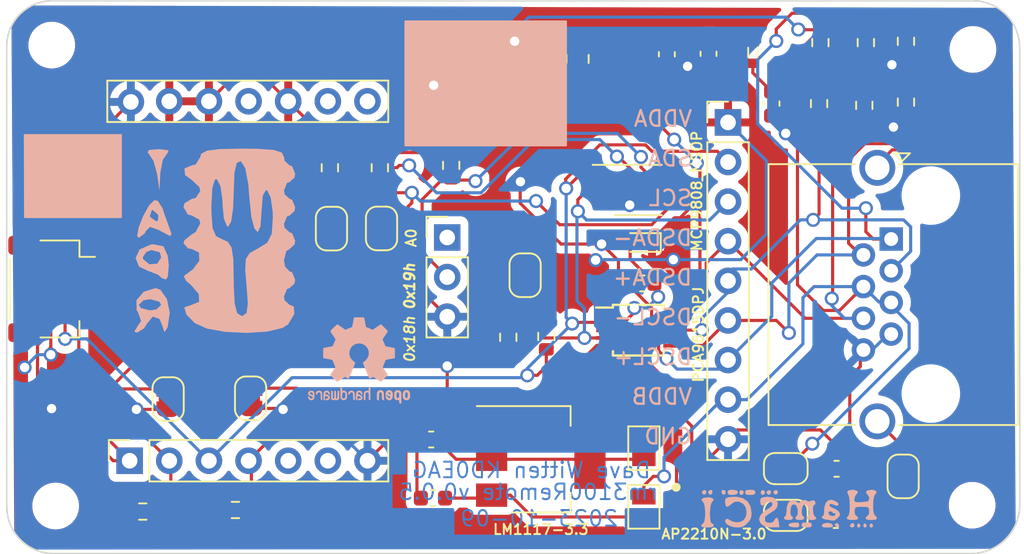
<source format=kicad_pcb>
(kicad_pcb (version 20221018) (generator pcbnew)
  (title_block (title "RM3100Remote") (date "2020-08-30") (rev "0.0.5") (company "WWR Development, LLC"))
  (layers (0 "F.Cu" signal) (31 "B.Cu" signal) (34 "B.Paste" user) (35 "F.Paste" user) (36 "B.SilkS" user "B.Silkscreen") (37 "F.SilkS" user "F.Silkscreen") (38 "B.Mask" user) (39 "F.Mask" user) (44 "Edge.Cuts" user))
  (net 0 "")
  (net 1 "GND")
  (net 2 "Net-(D1-A)")
  (net 3 "Net-(U2-VDDB)")
  (net 4 "DSDA-")
  (net 5 "DSCL-")
  (net 6 "DSDA+")
  (net 7 "DSCL+")
  (net 8 "Net-(JP6-B)")
  (net 9 "Net-(JP7-A)")
  (net 10 "Net-(JP8-B)")
  (net 11 "SCL")
  (net 12 "SDA")
  (net 13 "Net-(JP9-A)")
  (net 14 "Net-(JP10-A)")
  (net 15 "Net-(J3-Pin_2)")
  (net 17 "VDDB")
  (net 18 "VDDA")
  (net 19 "Net-(JP1-B)")
  (net 20 "Net-(JP2-A)")
  (net 21 "Net-(JP3-A)")
  (net 22 "Net-(JP4-A)")
  (net 23 "Net-(JP5-A)")
  (net 30 "Net-(C2-Pad2)")
  (footprint "Resistor_SMD:R_0603_1608Metric" (layer "F.Cu") (at 125.1716 85.8396 -90)
    (fp_text reference "R7" hide)
    (fp_text value "10k")
  )
  (footprint "MountingHole:MountingHole_2.5mm" (layer "F.Cu") (at 107.3512 77.9704 180)
    (fp_text reference "MK1" hide)
    (fp_text value "M2.5" hide)
  )
  (footprint "MountingHole:MountingHole_2.5mm" (layer "F.Cu") (at 166.3712 78.2504 180)
    (fp_text reference "MK2" hide)
    (fp_text value "M2.5" hide)
  )
  (footprint "Connector_PinHeader_2.54mm:PinHeader_1x03_P2.54mm_Vertical" (layer "F.Cu") (at 132.69 90.31)
    (fp_text reference "J3" hide)
    (fp_text value "A0")
  )
  (footprint "Connector_JST:JST_SH_SM04B-SRSS-TB_1x04-1MP_P1.00mm_Horizontal" (layer "F.Cu") (at 107.3408 93.612 -90)
    (fp_text reference "J6" hide)
    (fp_text value "JST-SH4 Qwiic" hide)
  )
  (footprint "Resistor_SMD:R_0603_1608Metric" (layer "F.Cu") (at 139.04 96.66 -90)
    (fp_text reference "R10" hide)
    (fp_text value "4.7k")
  )
  (footprint "Resistor_SMD:R_0603_1608Metric" (layer "F.Cu") (at 136.6016 96.7108 -90)
    (fp_text reference "R11" hide)
    (fp_text value "4.7k")
  )
  (footprint "Jumper:SolderJumper-2_P1.3mm_Bridged2Bar_RoundedPad1.0x1.5mm" (layer "F.Cu") (at 125.2732 89.7408 -90)
    (fp_text reference "JP2" hide)
    (fp_text value "A1")
  )
  (footprint "Jumper:SolderJumper-2_P1.3mm_Bridged2Bar_RoundedPad1.0x1.5mm" (layer "F.Cu") (at 128.4812 89.7304 -90)
    (fp_text reference "JP3" hide)
    (fp_text value "A2")
  )
  (footprint "Jumper:SolderJumper-2_P1.3mm_Bridged2Bar_RoundedPad1.0x1.5mm" (layer "F.Cu") (at 120.0916 100.6224 -90)
    (fp_text reference "JP4" hide)
    (fp_text value "SA0")
  )
  (footprint "Jumper:SolderJumper-2_P1.3mm_Bridged2Bar_RoundedPad1.0x1.5mm" (layer "F.Cu") (at 114.8084 100.6732 -90)
    (fp_text reference "JP5" hide)
    (fp_text value "SA1")
  )
  (footprint "Resistor_SMD:R_0603_1608Metric" (layer "F.Cu") (at 132.944 85.6872 -90)
    (fp_text reference "R8" hide)
    (fp_text value "10k")
  )
  (footprint "Resistor_SMD:R_0603_1608Metric" (layer "F.Cu") (at 128.372 85.8396 -90)
    (fp_text reference "R9" hide)
    (fp_text value "10k")
  )
  (footprint "Resistor_SMD:R_0603_1608Metric" (layer "F.Cu") (at 119.1174 107.7852)
    (fp_text reference "R12" hide)
    (fp_text value "10k")
  )
  (footprint "Resistor_SMD:R_0603_1608Metric" (layer "F.Cu") (at 113.1828 107.8868)
    (fp_text reference "R13" hide)
    (fp_text value "10k")
  )
  (footprint "Capacitor_SMD:C_0603_1608Metric" (layer "F.Cu") (at 145.1868 93.2564 180)
    (fp_text reference "C1" hide)
    (fp_text value "0.1uf")
  )
  (footprint "Capacitor_SMD:C_0603_1608Metric" (layer "F.Cu") (at 149.4312 78.5304 90)
    (fp_text reference "C2" hide)
    (fp_text value "0.1uf")
  )
  (footprint "Capacitor_SMD:C_0603_1608Metric" (layer "F.Cu") (at 146.7612 78.5604 90)
    (fp_text reference "C3" hide)
    (fp_text value "1000pf")
  )
  (footprint "Capacitor_SMD:C_0603_1608Metric" (layer "F.Cu") (at 131.674 78.4736 -90)
    (fp_text reference "C4" hide)
    (fp_text value "0.1uf")
  )
  (footprint "Capacitor_SMD:C_0603_1608Metric" (layer "F.Cu") (at 133.64005 78.4236 -90)
    (fp_text reference "C5" hide)
    (fp_text value "0.1uf")
  )
  (footprint "Capacitor_SMD:C_0603_1608Metric" (layer "F.Cu") (at 135.7012 78.4504 -90)
    (fp_text reference "C6" hide)
    (fp_text value "0.1uf")
  )
  (footprint "Capacitor_SMD:C_0603_1608Metric" (layer "F.Cu") (at 153.4672 81.7248 -90)
    (fp_text reference "C7" hide)
    (fp_text value "0.1uf")
  )
  (footprint "Diode_SMD:D_SOD-523" (layer "F.Cu") (at 145.1112 90.6304 180)
    (fp_text reference "D1" hide)
    (fp_text value "MMDL914")
  )
  (footprint "Fuse:Fuse_0805_2012Metric" (layer "F.Cu") (at 141.0412 78.8604 -90)
    (fp_text reference "F1" hide)
    (fp_text value "LittleFuse  2920L125")
  )
  (footprint "Digikey_Footprints:0603" (layer "F.Cu") (at 152.2712 78.4404 90)
    (fp_text reference "FB1" hide)
    (fp_text value "Ferrite bead 600 ohm")
  )
  (footprint "Connector_RJ:RJ45_Amphenol_RJHSE5380" (layer "F.Cu") (at 161.1348 90.4116 -90)
    (fp_text reference "J1" hide)
    (fp_text value "RJ45_Shielded")
  )
  (footprint "Resistor_SMD:R_0603_1608Metric" (layer "F.Cu") (at 156.5984 77.8132 -90)
    (fp_text reference "R1" hide)
    (fp_text value "390")
  )
  (footprint "Resistor_SMD:R_0603_1608Metric" (layer "F.Cu") (at 159.5124 77.8132 -90)
    (fp_text reference "R2" hide)
    (fp_text value "100")
  )
  (footprint "Resistor_SMD:R_0603_1608Metric" (layer "F.Cu") (at 162.0812 77.7304 -90)
    (fp_text reference "R3" hide)
    (fp_text value "390")
  )
  (footprint "Resistor_SMD:R_0603_1608Metric" (layer "F.Cu") (at 156.5152 81.7248 -90)
    (fp_text reference "R4" hide)
    (fp_text value "390")
  )
  (footprint "Resistor_SMD:R_0603_1608Metric" (layer "F.Cu") (at 159.4108 81.8354 -90)
    (fp_text reference "R5" hide)
    (fp_text value "100")
  )
  (footprint "Resistor_SMD:R_0603_1608Metric" (layer "F.Cu") (at 162.0812 81.6304 -90)
    (fp_text reference "R6" hide)
    (fp_text value "390")
  )
  (footprint "Package_SO:MSOP-8_3x3mm_P0.65mm" (layer "F.Cu") (at 144.9328 87.262)
    (fp_text reference "U1" hide)
    (fp_text value "MCP9808_MSOP")
  )
  (footprint "Base_Folder:TSSOP-10_3x3mm_P0.5mm" (layer "F.Cu") (at 144.9328 96.2536)
    (fp_text reference "U2" hide)
    (fp_text value "PCA9615DPJ")
  )
  (footprint "MountingHole:MountingHole_2.5mm" (layer "F.Cu") (at 166.3212 107.4804)
    (fp_text reference "MK4" hide)
    (fp_text value "M2.5" hide)
  )
  (footprint "MountingHole:MountingHole_2.5mm" (layer "F.Cu") (at 107.6012 107.5304)
    (fp_text reference "MK3" hide)
    (fp_text value "M2.5" hide)
  )
  (footprint "Package_TO_SOT_SMD:SOT-223-3_TabPin2" (layer "F.Cu") (at 138.6844 104.534)
    (fp_text reference "U4" hide)
    (fp_text value "LM1117-3.3")
  )
  (footprint "Capacitor_SMD:C_0603_1608Metric" (layer "F.Cu") (at 131.665 103.264 180)
    (fp_text reference "C9" hide)
    (fp_text value "10uf")
  )
  (footprint "Capacitor_SMD:C_0603_1608Metric" (layer "F.Cu") (at 131.7756 107.0232 180)
    (fp_text reference "C8" hide)
    (fp_text value "0.1uf")
  )
  (footprint "Capacitor_SMD:C_0603_1608Metric" (layer "F.Cu") (at 157.6328 105.1436)
    (fp_text reference "C10" hide)
    (fp_text value "1.0uf")
  )
  (footprint "Capacitor_SMD:C_0603_1608Metric" (layer "F.Cu") (at 157.5812 108.4304)
    (fp_text reference "C11" hide)
    (fp_text value "2.2uf")
  )
  (footprint "Base_Folder:SOT95P280X145-3N" (layer "F.Cu") (at 149.6572 107.328)
    (fp_text reference "U5" hide)
    (fp_text value "AP2210N-3.0")
  )
  (footprint "Base_Folder:PinSocket_PNI_RM3100" (layer "F.Cu") (at 110.5412 91.3768 90)
    (fp_text reference "U3" hide)
    (fp_text value "PNI-RM3100mag" hide)
  )
  (footprint "Connector_PinHeader_2.54mm:PinHeader_1x09_P2.54mm_Vertical" (layer "F.Cu") (at 150.6812 82.9304)
    (fp_text reference "J4" hide)
    (fp_text value "Test Points")
  )
  (footprint "Jumper:SolderJumper-2_P1.3mm_Open_Pad1.0x1.5mm" (layer "F.Cu") (at 145.2884 107.582 -90)
    (fp_text reference "JP6" hide)
    (fp_text value "sj2" hide)
  )
  (footprint "Jumper:SolderJumper-2_P1.3mm_Open_Pad1.0x1.5mm" (layer "F.Cu") (at 145.2884 103.8228 90)
    (fp_text reference "JP7" hide)
    (fp_text value "sj2" hide)
  )
  (footprint "Jumper:SolderJumper-2_P1.3mm_Bridged2Bar_RoundedPad1.0x1.5mm" (layer "F.Cu") (at 154.3812 105.1304 180)
    (fp_text reference "JP8" hide)
    (fp_text value "sj2")
  )
  (footprint "Jumper:SolderJumper-2_P1.3mm_Bridged2Bar_RoundedPad1.0x1.5mm" (layer "F.Cu") (at 154.3812 108.1304 180)
    (fp_text reference "JP9" hide)
    (fp_text value "sj2")
  )
  (footprint "Jumper:SolderJumper-2_P1.3mm_Open_RoundedPad1.0x1.5mm" (layer "F.Cu") (at 161.9 105.6304 -90)
    (fp_text reference "JP10" hide)
    (fp_text value "SJ_0pen")
  )
  (footprint "Local Logos:HamSci_bSilk" (layer "F.Cu") (at 143.8512 107.7004)
    (fp_text reference "G***" hide)
    (fp_text value "LOGO" hide)
  )
  (footprint "Jumper:SolderJumper-2_P1.3mm_Bridged2Bar_RoundedPad1.0x1.5mm" (layer "F.Cu") (at 137.6812 92.7304 -90)
    (fp_text reference "JP1" hide)
    (fp_text value "Jumper_2_Bridged")
  )
  (footprint "Local Logos:tapr_logo_bSilk_transp_10x12" (layer "B.Cu") (at 117.938455 90.334434 180)
    (fp_text reference "TAPR Logo" hide)
    (fp_text value "TAPR" hide)
  )
  (footprint "Symbol:OSHW-Logo2_7.3x6mm_SilkScreen" (layer "B.Cu") (at 127.0412 98.1904 180)
    (fp_text reference "#SYM1" hide)
    (fp_text value "OSHW-Logo2_7.3x6mm_SilkScreen" hide)
  )
  (gr_poly (pts (xy 111.7948 89.0148) (xy 105.626984 89.0148) (xy 105.611577 83.7304) (xy 111.7948 83.7304)) (stroke (width 0.1)) (fill solid) (layer "B.SilkS"))
  (gr_poly (pts (xy 140.31 84.4172) (xy 129.9976 84.4172) (xy 129.9976 76.4416) (xy 140.31 76.4416)) (stroke (width 0.1)) (fill solid) (layer "B.SilkS"))
  (gr_arc (start 169.369922 107.451678) (mid 168.453541 109.664019) (end 166.2412 110.5804) (stroke (width 0.1)) (layer "Edge.Cuts"))
  (gr_arc (start 104.464541 78.05411) (mid 105.320876 75.986735) (end 107.388251 75.1304) (stroke (width 0.1)) (layer "Edge.Cuts"))
  (gr_line (start 166.2412 110.5804) (end 107.4812 110.5804) (stroke (width 0.1)) (layer "Edge.Cuts"))
  (gr_arc (start 107.4812 110.5804) (mid 105.352809 109.698791) (end 104.4712 107.5704) (stroke (width 0.1)) (layer "Edge.Cuts"))
  (gr_line (start 104.464541 107.5704) (end 104.464541 78.05411) (stroke (width 0.1)) (layer "Edge.Cuts"))
  (gr_line (start 169.369922 78.131678) (end 169.369922 107.451678) (stroke (width 0.1)) (layer "Edge.Cuts"))
  (gr_line (start 107.3812 75.1304) (end 166.363911 75.1304) (stroke (width 0.1)) (layer "Edge.Cuts"))
  (gr_arc (start 166.363911 75.1304) (mid 168.485231 76.00908) (end 169.363911 78.1304) (stroke (width 0.1)) (layer "Edge.Cuts"))
  (gr_text "rm3100Remote v0.0.5" (at 137.8812 106.6304) (layer "B.Cu") (effects (font (size 1 1) (thickness 0.125)) (justify mirror)))
  (gr_text "2023-10-09" (at 138.5812 108.3304) (layer "B.Cu") (effects (font (size 1 1) (thickness 0.125)) (justify mirror)))
  (gr_text "Dave Witten KD0EAG" (at 138.0812 105.2304) (layer "B.Cu") (effects (font (size 1 1) (thickness 0.125)) (justify mirror)))
  (gr_text "DSDA+" (at 145.845752 92.8754) (layer "B.SilkS") (effects (font (size 1 1)) (justify mirror)))
  (gr_text "SDA" (at 146.9648 85.23635) (layer "B.SilkS") (effects (font (size 1 1)) (justify mirror)))
  (gr_text "SCL" (at 146.988609 87.7827) (layer "B.SilkS") (effects (font (size 1 1)) (justify mirror)))
  (gr_text "DSCL-" (at 145.869562 95.42175) (layer "B.SilkS") (effects (font (size 1 1)) (justify mirror)))
  (gr_text "DSCL+" (at 145.869562 97.9681) (layer "B.SilkS") (effects (font (size 1 1)) (justify mirror)))
  (gr_text "VDDB" (at 146.44099 100.51445) (layer "B.SilkS") (effects (font (size 1 1)) (justify mirror)))
  (gr_text "DSDA-" (at 145.845752 90.32905) (layer "B.SilkS") (effects (font (size 1 1)) (justify mirror)))
  (gr_text "VDDA" (at 146.512419 82.69) (layer "B.SilkS") (effects (font (size 1 1)) (justify mirror)))
  (gr_text "GND" (at 146.845752 103.0608) (layer "B.SilkS") (effects (font (size 1 1)) (justify mirror)))
  (gr_text "0x19h" (at 130.2812 93.4304 90) (layer "F.SilkS") (effects (font (size 0.65 0.65) (thickness 0.15) bold italic)))
  (gr_text "0x18h" (at 130.2812 96.8304 90) (layer "F.SilkS") (effects (font (size 0.65 0.65) (thickness 0.125) italic)))
  (segment (start 162.0562 82.4554) (end 161.2812 83.2304) (width 0.2) (layer "F.Cu") (net 1))
  (segment (start 143.4596 97.2696) (end 142.7828 97.2536) (width 0.2) (layer "F.Cu") (net 1))
  (segment (start 158.4812 99.25786) (end 158.4812 108.3054) (width 0.2) (layer "F.Cu") (net 1))
  (segment (start 146.7612 79.3354) (end 148.0862 79.3354) (width 0.2) (layer "F.Cu") (net 1))
  (segment (start 142.5812 90.7304) (end 139.9848 90.7304) (width 0.2) (layer "F.Cu") (net 1))
  (segment (start 159.1548 98.58426) (end 158.4812 99.25786) (width 0.2) (layer "F.Cu") (net 1))
  (segment (start 127.5812 104.6268) (end 128.944 103.264) (width 0.2) (layer "F.Cu") (net 1))
  (segment (start 109.3408 92.112) (end 107.2152 92.112) (width 0.2) (layer "F.Cu") (net 1))
  (segment (start 139.9848 90.7304) (end 137.3661 88.1117) (width 0.2) (layer "F.Cu") (net 1))
  (segment (start 135.5344 102.234) (end 137.269857 102.234) (width 0.2) (layer "F.Cu") (net 1))
  (segment (start 112.7764 101.3336) (end 114.798 101.3336) (width 0.2) (layer "F.Cu") (net 1))
  (segment (start 143.6618 91.811) (end 143.6618 92.704198) (width 0.2) (layer "F.Cu") (net 1))
  (segment (start 144.5204 97.2696) (end 146.2666 99.0158) (width 0.2) (layer "F.Cu") (net 1))
  (segment (start 142.24993 97.2536) (end 142.7828 97.2536) (width 0.2) (layer "F.Cu") (net 1))
  (segment (start 131.8212 80.5504) (end 131.8212 79.2304) (width 0.2) (layer "F.Cu") (net 1))
  (segment (start 130.64 102.564) (end 130.97 102.234) (width 0.2) (layer "F.Cu") (net 1))
  (segment (start 148.3572 105.5744) (end 148.3572 106.378) (width 0.2) (layer "F.Cu") (net 1))
  (segment (start 130.7506 107.0232) (end 130.7506 103.3746) (width 0.2) (layer "F.Cu") (net 1))
  (segment (start 161.8562 78.5554) (end 161.1812 79.2304) (width 0.2) (layer "F.Cu") (net 1))
  (segment (start 132.69 98.5516) (end 132.69 100.5896) (width 0.2) (layer "F.Cu") (net 1))
  (segment (start 122.1132 101.2724) (end 122.1744 101.3336) (width 0.2) (layer "F.Cu") (net 1))
  (segment (start 131.8212 79.2304) (end 133.60825 79.2304) (width 0.2) (layer "F.Cu") (net 1))
  (segment (start 109.322 84.7168) (end 109.322 92.0932) (width 0.2) (layer "F.Cu") (net 1))
  (segment (start 112.4208 81.618) (end 109.322 84.7168) (width 0.2) (layer "F.Cu") (net 1))
  (segment (start 133.55365 79.1986) (end 135.6744 79.1986) (width 0.2) (layer "F.Cu") (net 1))
  (segment (start 148.3572 102.4082) (end 148.3572 106.378) (width 0.2) (layer "F.Cu") (net 1))
  (segment (start 161.9 106.3016) (end 160.7212 106.3016) (width 0.2) (layer "F.Cu") (net 1))
  (segment (start 158.4078 104.457) (end 158.4078 105.1436) (width 0.2) (layer "F.Cu") (net 1))
  (segment (start 156.602632 102.651832) (end 158.4078 104.457) (width 0.2) (layer "F.Cu") (net 1))
  (segment (start 141.791861 97.711996) (end 141.791861 97.711669) (width 0.2) (layer "F.Cu") (net 1))
  (segment (start 132.69 95.39) (end 128.4812 91.1812) (width 0.2) (layer "F.Cu") (net 1))
  (segment (start 142.5812 90.7304) (end 143.6618 91.811) (width 0.2) (layer "F.Cu") (net 1))
  (segment (start 145.784401 95.699201) (end 145.343601 96.140001) (width 0.2) (layer "F.Cu") (net 1))
  (segment (start 160.7212 106.3016) (end 159.5632 105.1436) (width 0.2) (layer "F.Cu") (net 1))
  (segment (start 154.3812 83.4138) (end 153.4672 82.4998) (width 0.2) (layer "F.Cu") (net 1))
  (segment (start 145.784401 94.826799) (end 145.784401 95.699201) (width 0.2) (layer "F.Cu") (net 1))
  (segment (start 120.0916 101.2724) (end 122.1132 101.2724) (width 0.2) (layer "F.Cu") (net 1))
  (segment (start 106.438399 92.888801) (end 106.438399 95.606531) (width 0.2) (layer "F.Cu") (net 1))
  (segment (start 134.3344 102.234) (end 135.5344 102.234) (width 0.2) (layer "F.Cu") (net 1))
  (segment (start 154.3812 83.6304) (end 154.3812 83.4138) (width 0.2) (layer "F.Cu") (net 1))
  (segment (start 143.6618 92.704198) (end 145.784401 94.826799) (width 0.2) (layer "F.Cu") (net 1))
  (segment (start 106.66581 96.990058) (end 106.438399 97.217469) (width 0.2) (layer "F.Cu") (net 1))
  (segment (start 150.6812 103.2504) (end 151.279768 102.651832) (width 0.2) (layer "F.Cu") (net 1))
  (segment (start 128.944 103.264) (end 130.64 103.264) (width 0.2) (layer "F.Cu") (net 1))
  (segment (start 130.97 102.234) (end 134.3344 102.234) (width 0.2) (layer "F.Cu") (net 1))
  (segment (start 137.3661 88.1117) (end 137.3661 86.7455) (width 0.2) (layer "F.Cu") (net 1))
  (segment (start 144.589199 96.140001) (end 143.4596 97.2696) (width 0.2) (layer "F.Cu") (net 1))
  (segment (start 125.2732 90.3908) (end 128.4708 90.3908) (width 0.2) (layer "F.Cu") (net 1))
  (segment (start 130.64 103.264) (end 130.64 102.564) (width 0.2) (layer "F.Cu") (net 1))
  (segment (start 150.6812 103.2504) (end 148.3572 105.5744) (width 0.2) (layer "F.Cu") (net 1))
  (segment (start 137.269857 102.234) (end 141.791861 97.711996) (width 0.2) (layer "F.Cu") (net 1))
  (segment (start 132.69 100.5896) (end 134.3344 102.234) (width 0.2) (layer "F.Cu") (net 1))
  (segment (start 106.438399 100.380399) (end 107.3408 101.2828) (width 0.2) (layer "F.Cu") (net 1))
  (segment (start 106.438399 95.606531) (end 106.66581 95.833942) (width 0.2) (layer "F.Cu") (net 1))
  (segment (start 142.8203 88.237) (end 144.2746 88.237) (width 0.2) (layer "F.Cu") (net 1))
  (segment (start 144.2746 88.237) (end 144.2812 88.2304) (width 0.2) (layer "F.Cu") (net 1))
  (segment (start 141.791861 97.711669) (end 142.24993 97.2536) (width 0.2) (layer "F.Cu") (net 1))
  (segment (start 128.4812 91.1812) (end 128.4812 90.3804) (width 0.2) (layer "F.Cu") (net 1))
  (segment (start 114.8084 101.3232) (end 120.0408 101.3232) (width 0.2) (layer "F.Cu") (net 1))
  (segment (start 146.2666 100.3176) (end 148.3572 102.4082) (width 0.2) (layer "F.Cu") (net 1))
  (segment (start 107.2152 92.112) (end 106.438399 92.888801) (width 0.2) (layer "F.Cu") (net 1))
  (segment (start 151.279768 102.651832) (end 156.602632 102.651832) (width 0.2) (layer "F.Cu") (net 1))
  (segment (start 143.4596 97.2696) (end 144.5204 97.2696) (width 0.2) (layer "F.Cu") (net 1))
  (segment (start 106.66581 95.833942) (end 106.66581 96.990058) (width 0.2) (layer "F.Cu") (net 1))
  (segment (start 148.0912 79.3304) (end 148.0962 79.3354) (width 0.2) (layer "F.Cu") (net 1))
  (segment (start 148.0862 79.3354) (end 148.0912 79.3304) (width 0.2) (layer "F.Cu") (net 1))
  (segment (start 159.5632 105.1436) (end 158.4078 105.1436) (width 0.2) (layer "F.Cu") (net 1))
  (segment (start 148.0962 79.3354) (end 149.4012 79.3354) (width 0.2) (layer "F.Cu") (net 1))
  (segment (start 159.1548 97.5236) (end 159.1548 98.58426) (width 0.2) (layer "F.Cu") (net 1))
  (segment (start 137.3661 86.7455) (end 137.3812 86.7304) (width 0.2) (layer "F.Cu") (net 1))
  (segment (start 106.438399 97.217469) (end 106.438399 100.380399) (width 0.2) (layer "F.Cu") (net 1))
  (segment (start 145.343601 96.140001) (end 144.589199 96.140001) (width 0.2) (layer "F.Cu") (net 1))
  (segment (start 146.2666 99.0158) (end 146.2666 100.3176) (width 0.2) (layer "F.Cu") (net 1))
  (via (at 161.2812 83.2304) (size 0.9) (drill 0.6) (layers "F.Cu" "B.Cu") (net 1))
  (via (at 161.1812 79.2304) (size 0.9) (drill 0.6) (layers "F.Cu" "B.Cu") (net 1))
  (via (at 131.8212 80.5504) (size 0.9) (drill 0.6) (layers "F.Cu" "B.Cu") (net 1))
  (via (at 137.3812 86.7304) (size 0.9) (drill 0.6) (layers "F.Cu" "B.Cu") (net 1))
  (via (at 122.1744 101.3336) (size 0.9) (drill 0.6) (layers "F.Cu" "B.Cu") (net 1))
  (via (at 154.3812 83.6304) (size 0.9) (drill 0.6) (layers "F.Cu" "B.Cu") (net 1))
  (via (at 132.69 98.5516) (size 0.9) (drill 0.6) (layers "F.Cu" "B.Cu") (net 1))
  (via (at 142.5812 90.7304) (size 0.9) (drill 0.6) (layers "F.Cu" "B.Cu") (net 1))
  (via (at 112.7764 101.3336) (size 0.9) (drill 0.6) (layers "F.Cu" "B.Cu") (net 1))
  (via (at 107.3408 101.2828) (size 0.9) (drill 0.6) (layers "F.Cu" "B.Cu") (net 1))
  (via (at 144.3812 88.2304) (size 0.9) (drill 0.6) (layers "F.Cu" "B.Cu") (net 1))
  (via (at 148.0912 79.3304) (size 0.9) (drill 0.6) (layers "F.Cu" "B.Cu") (net 1))
  (segment (start 122.1744 101.3336) (end 124.288 101.3336) (width 0.2) (layer "B.Cu") (net 1))
  (segment (start 124.288 101.3336) (end 127.5812 104.6268) (width 0.2) (layer "B.Cu") (net 1))
  (segment (start 161.1812 83.1304) (end 161.1812 79.2304) (width 0.2) (layer "B.Cu") (net 1))
  (segment (start 112.7256 101.2828) (end 112.7764 101.3336) (width 0.2) (layer "B.Cu") (net 1))
  (segment (start 161.2812 83.2304) (end 161.1812 83.1304) (width 0.2) (layer "B.Cu") (net 1))
  (segment (start 132.69 95.39) (end 132.69 98.5516) (width 0.2) (layer "B.Cu") (net 1))
  (segment (start 107.3408 101.2828) (end 112.7256 101.2828) (width 0.2) (layer "B.Cu") (net 1))
  (segment (start 160.9348 96.5076) (end 159.9188 97.5236) (width 0.2) (layer "B.Cu") (net 1))
  (segment (start 160.8812 83.6304) (end 154.3812 83.6304) (width 0.2) (layer "B.Cu") (net 1))
  (segment (start 161.2812 83.2304) (end 160.8812 83.6304) (width 0.2) (layer "B.Cu") (net 1))
  (segment (start 144.6788 95.1076) (end 144.6788 94.8312) (width 0.2) (layer "F.Cu") (net 2))
  (segment (start 144.4112 91.7058) (end 145.9618 93.2564) (width 0.2) (layer "F.Cu") (net 2))
  (segment (start 144.4112 90.6304) (end 144.4112 91.7058) (width 0.2) (layer "F.Cu") (net 2))
  (segment (start 143.5328 96.2536) (end 144.6788 95.1076) (width 0.2) (layer "F.Cu") (net 2))
  (segment (start 146.2118 93.2564) (end 146.2118 94.111) (width 0.2) (layer "F.Cu") (net 2))
  (segment (start 146.2118 94.111) (end 146.2028 94.12) (width 0.2) (layer "F.Cu") (net 2))
  (segment (start 142.7828 96.2536) (end 143.5328 96.2536) (width 0.2) (layer "F.Cu") (net 2))
  (via (at 144.6788 94.8312) (size 0.9) (drill 0.6) (layers "F.Cu" "B.Cu") (net 2))
  (via (at 146.2028 94.12) (size 0.9) (drill 0.6) (layers "F.Cu" "B.Cu") (net 2))
  (segment (start 145.4916 94.8312) (end 144.6788 94.8312) (width 0.2) (layer "B.Cu") (net 2))
  (segment (start 146.2028 94.12) (end 145.4916 94.8312) (width 0.2) (layer "B.Cu") (net 2))
  (segment (start 147.2312 84.0309) (end 142.9982 79.7979) (width 0.2) (layer "F.Cu") (net 3))
  (segment (start 148.6812 85.5299) (end 148.8812 85.7299) (width 0.2) (layer "F.Cu") (net 3))
  (segment (start 147.616378 95.2536) (end 147.0828 95.2536) (width 0.2) (layer "F.Cu") (net 3))
  (segment (start 142.9982 79.7979) (end 141.0412 79.7979) (width 0.2) (layer "F.Cu") (net 3))
  (segment (start 148.8812 85.7299) (end 148.8812 93.988778) (width 0.2) (layer "F.Cu") (net 3))
  (segment (start 148.8812 93.988778) (end 147.616378 95.2536) (width 0.2) (layer "F.Cu") (net 3))
  (via (at 147.2312 84.0309) (size 0.9) (drill 0.6) (layers "F.Cu" "B.Cu") (net 3))
  (via (at 148.6812 85.5299) (size 0.9) (drill 0.6) (layers "F.Cu" "B.Cu") (net 3))
  (segment (start 147.2312 84.0309) (end 147.2312 84.0799) (width 0.2) (layer "B.Cu") (net 3))
  (segment (start 147.2312 84.0799) (end 148.6812 85.5299) (width 0.2) (layer "B.Cu") (net 3))
  (segment (start 157.3812 94.173246) (end 157.3812 84.69) (width 0.2) (layer "F.Cu") (net 4))
  (segment (start 149.2812 91.9504) (end 150.6812 90.5504) (width 0.2) (layer "F.Cu") (net 4))
  (segment (start 150.6812 90.5504) (end 155.6224 95.4916) (width 0.2) (layer "F.Cu") (net 4))
  (segment (start 157.3812 84.69) (end 159.4108 82.6604) (width 0.2) (layer "F.Cu") (net 4))
  (segment (start 149.2812 94.154464) (end 149.2812 91.9504) (width 0.2) (layer "F.Cu") (net 4))
  (segment (start 157.327373 94.227073) (end 157.3812 94.173246) (width 0.2) (layer "F.Cu") (net 4))
  (segment (start 155.6224 95.4916) (end 159.1548 95.4916) (width 0.2) (layer "F.Cu") (net 4))
  (segment (start 147.680713 95.7536) (end 147.755713 95.6786) (width 0.2) (layer "F.Cu") (net 4))
  (segment (start 147.0828 95.7536) (end 147.680713 95.7536) (width 0.2) (layer "F.Cu") (net 4))
  (segment (start 159.4108 82.8604) (end 160.1966 82.8604) (width 0.2) (layer "F.Cu") (net 4))
  (segment (start 160.1966 82.8604) (end 162.408 80.649) (width 0.2) (layer "F.Cu") (net 4))
  (segment (start 147.755713 95.6786) (end 147.757064 95.6786) (width 0.2) (layer "F.Cu") (net 4))
  (segment (start 147.757064 95.6786) (end 149.2812 94.154464) (width 0.2) (layer "F.Cu") (net 4))
  (via (at 157.327373 94.227073) (size 0.9) (drill 0.6) (layers "F.Cu" "B.Cu") (net 4))
  (segment (start 158.1424 95.4916) (end 159.1548 95.4916) (width 0.2) (layer "B.Cu") (net 4))
  (segment (start 157.327373 94.676573) (end 158.1424 95.4916) (width 0.2) (layer "B.Cu") (net 4))
  (segment (start 157.327373 94.227073) (end 157.327373 94.676573) (width 0.2) (layer "B.Cu") (net 4))
  (segment (start 149.0812 97.2304) (end 147.106 97.2304) (width 0.2) (layer "F.Cu") (net 5))
  (segment (start 162.9812 83.678634) (end 162.368243 84.291591) (width 0.2) (layer "F.Cu") (net 5))
  (segment (start 158.404801 85.335597) (end 158.404801 90.677601) (width 0.2) (layer "F.Cu") (net 5))
  (segment (start 159.448807 84.291591) (end 158.404801 85.335597) (width 0.2) (layer "F.Cu") (net 5))
  (segment (start 162.9812 77.8054) (end 162.9812 83.678634) (width 0.2) (layer "F.Cu") (net 5))
  (segment (start 160.1484 78.8382) (end 162.0812 76.9054) (width 0.2) (layer "F.Cu") (net 5))
  (segment (start 154.5812 96.4304) (end 153.7812 95.6304) (width 0.2) (layer "F.Cu") (net 5))
  (segment (start 150.6812 95.6304) (end 149.0812 97.2304) (width 0.2) (layer "F.Cu") (net 5))
  (segment (start 158.404801 90.677601) (end 159.1548 91.4276) (width 0.2) (layer "F.Cu") (net 5))
  (segment (start 153.7812 95.6304) (end 150.6812 95.6304) (width 0.2) (layer "F.Cu") (net 5))
  (segment (start 162.0812 76.9054) (end 162.9812 77.8054) (width 0.2) (layer "F.Cu") (net 5))
  (segment (start 162.368243 84.291591) (end 159.448807 84.291591) (width 0.2) (layer "F.Cu") (net 5))
  (segment (start 159.5124 78.8382) (end 160.1484 78.8382) (width 0.2) (layer "F.Cu") (net 5))
  (via (at 154.5812 96.4304) (size 0.9) (drill 0.6) (layers "F.Cu" "B.Cu") (net 5))
  (segment (start 156.384 91.4276) (end 159.1548 91.4276) (width 0.2) (layer "B.Cu") (net 5))
  (segment (start 154.5812 96.4304) (end 154.5812 93.2304) (width 0.2) (layer "B.Cu") (net 5))
  (segment (start 154.5812 93.2304) (end 156.384 91.4276) (width 0.2) (layer "B.Cu") (net 5))
  (segment (start 147.750927 96.250423) (end 147.74775 96.2536) (width 0.2) (layer "F.Cu") (net 6))
  (segment (start 147.74775 96.2536) (end 147.0828 96.2536) (width 0.2) (layer "F.Cu") (net 6))
  (segment (start 156.5152 82.7498) (end 157.4714 82.7498) (width 0.2) (layer "F.Cu") (net 6))
  (segment (start 156.5152 88.800301) (end 156.5152 82.5498) (width 0.2) (layer "F.Cu") (net 6))
  (segment (start 156.135101 89.1804) (end 156.5152 88.800301) (width 0.2) (layer "F.Cu") (net 6))
  (segment (start 157.4714 82.7498) (end 159.4108 80.8104) (width 0.2) (layer "F.Cu") (net 6))
  (segment (start 149.001223 96.250423) (end 147.750927 96.250423) (width 0.2) (layer "F.Cu") (net 6))
  (via (at 149.001223 96.250423) (size 0.9) (drill 0.6) (layers "F.Cu" "B.Cu") (net 6))
  (via (at 156.135101 89.1804) (size 0.9) (drill 0.6) (layers "F.Cu" "B.Cu") (net 6))
  (segment (start 155.314574 89.1804) (end 156.135101 89.1804) (width 0.2) (layer "B.Cu") (net 6))
  (segment (start 162.3812 89.6304) (end 162.3812 91.1972) (width 0.2) (layer "B.Cu") (net 6))
  (segment (start 152.164574 92.3304) (end 155.314574 89.1804) (width 0.2) (layer "B.Cu") (net 6))
  (segment (start 161.9312 89.1804) (end 162.3812 89.6304) (width 0.2) (layer "B.Cu") (net 6))
  (segment (start 150.9812 92.3304) (end 152.164574 92.3304) (width 0.2) (layer "B.Cu") (net 6))
  (segment (start 150.6812 92.6304) (end 150.9812 92.3304) (width 0.2) (layer "B.Cu") (net 6))
  (segment (start 156.135101 89.1804) (end 161.9312 89.1804) (width 0.2) (layer "B.Cu") (net 6))
  (segment (start 149.001223 95.493751) (end 150.6812 93.813774) (width 0.2) (layer "B.Cu") (net 6))
  (segment (start 149.001223 96.250423) (end 149.001223 95.493751) (width 0.2) (layer "B.Cu") (net 6))
  (segment (start 162.3812 91.1972) (end 161.1348 92.4436) (width 0.2) (layer "B.Cu") (net 6))
  (segment (start 161.1348 90.4116) (end 159.9848 90.4116) (width 0.2) (layer "F.Cu") (net 7))
  (segment (start 146.738527 98.073073) (end 146.2328 97.567346) (width 0.2) (layer "F.Cu") (net 7))
  (segment (start 146.483536 96.7536) (end 147.0828 96.7536) (width 0.2) (layer "F.Cu") (net 7))
  (segment (start 159.9848 90.4116) (end 159.5124 89.9392) (width 0.2) (layer "F.Cu") (net 7))
  (segment (start 154.7812 75.9304) (end 158.4546 75.9304) (width 0.2) (layer "F.Cu") (net 7))
  (segment (start 146.2328 97.004336) (end 146.483536 96.7536) (width 0.2) (layer "F.Cu") (net 7))
  (segment (start 159.5124 89.9392) (end 159.5124 88.4304) (width 0.2) (layer "F.Cu") (net 7))
  (segment (start 159.5124 76.9882) (end 158.4484 76.9882) (width 0.2) (layer "F.Cu") (net 7))
  (segment (start 153.772 77.7116) (end 153.772 76.9396) (width 0.2) (layer "F.Cu") (net 7))
  (segment (start 158.4546 75.9304) (end 159.5124 76.9882) (width 0.2) (layer "F.Cu") (net 7))
  (segment (start 158.4484 76.9882) (end 156.5984 78.8382) (width 0.2) (layer "F.Cu") (net 7))
  (segment (start 153.772 76.9396) (end 154.7812 75.9304) (width 0.2) (layer "F.Cu") (net 7))
  (segment (start 146.2328 97.567346) (end 146.2328 97.004336) (width 0.2) (layer "F.Cu") (net 7))
  (via (at 146.738527 98.073073) (size 0.9) (drill 0.6) (layers "F.Cu" "B.Cu") (net 7))
  (via (at 153.772 77.7116) (size 0.9) (drill 0.6) (layers "F.Cu" "B.Cu") (net 7))
  (via (at 159.5124 88.4304) (size 0.9) (drill 0.6) (layers "F.Cu" "B.Cu") (net 7))
  (segment (start 159.5124 88.4304) (end 157.9812 88.4304) (width 0.2) (layer "B.Cu") (net 7))
  (segment (start 153.4812 95.3704) (end 153.4812 93.230897) (width 0.2) (layer "B.Cu") (net 7))
  (segment (start 150.6812 98.1704) (end 153.4812 95.3704) (width 0.2) (layer "B.Cu") (net 7))
  (segment (start 153.4812 93.230897) (end 156.334497 90.3776) (width 0.2) (layer "B.Cu") (net 7))
  (segment (start 150.1012 98.7504) (end 150.6812 98.1704) (width 0.2) (layer "B.Cu") (net 7))
  (segment (start 152.5812 78.9024) (end 153.772 77.7116) (width 0.2) (layer "B.Cu") (net 7))
  (segment (start 146.738527 98.073073) (end 147.415854 98.7504) (width 0.2) (layer "B.Cu") (net 7))
  (segment (start 147.415854 98.7504) (end 150.1012 98.7504) (width 0.2) (layer "B.Cu") (net 7))
  (segment (start 157.9812 88.4304) (end 152.5812 83.0304) (width 0.2) (layer "B.Cu") (net 7))
  (segment (start 156.334497 90.3776) (end 160.9008 90.3776) (width 0.2) (layer "B.Cu") (net 7))
  (segment (start 152.5812 83.0304) (end 152.5812 78.9024) (width 0.2) (layer "B.Cu") (net 7))
  (segment (start 138.1324 108.232) (end 145.2884 108.232) (width 0.2) (layer "F.Cu") (net 8))
  (segment (start 135.5344 106.834) (end 136.7344 106.834) (width 0.2) (layer "F.Cu") (net 8))
  (segment (start 136.7344 106.834) (end 138.1324 108.232) (width 0.2) (layer "F.Cu") (net 8))
  (segment (start 132.8006 107.0232) (end 135.3452 107.0232) (width 0.2) (layer "F.Cu") (net 8))
  (segment (start 141.8344 104.534) (end 145.2272 104.534) (width 0.2) (layer "F.Cu") (net 9))
  (segment (start 133.26 104.534) (end 135.5344 104.534) (width 0.2) (layer "F.Cu") (net 9))
  (segment (start 132.69 103.964) (end 133.26 104.534) (width 0.2) (layer "F.Cu") (net 9))
  (segment (start 132.69 103.264) (end 132.69 103.964) (width 0.2) (layer "F.Cu") (net 9))
  (segment (start 135.5344 104.534) (end 141.8344 104.534) (width 0.2) (layer "F.Cu") (net 9))
  (segment (start 153.7312 105.504664) (end 154.556936 106.3304) (width 0.2) (layer "F.Cu") (net 10))
  (segment (start 156.4812 106.3304) (end 156.8578 105.9538) (width 0.2) (layer "F.Cu") (net 10))
  (segment (start 154.556936 106.3304) (end 156.4812 106.3304) (width 0.2) (layer "F.Cu") (net 10))
  (segment (start 153.3312 105.1304) (end 151.1336 107.328) (width 0.2) (layer "F.Cu") (net 10))
  (segment (start 156.8578 105.9538) (end 156.8578 105.1436) (width 0.2) (layer "F.Cu") (net 10))
  (segment (start 141.4812 96.7536) (end 142.7828 96.7536) (width 0.2) (layer "F.Cu") (net 11))
  (segment (start 111.1 103.3856) (end 111.1 99.962) (width 0.2) (layer "F.Cu") (net 11))
  (segment (start 136.6016 97.5358) (end 137.3838 96.7536) (width 0.2) (layer "F.Cu") (net 11))
  (segment (start 141.0595 88.6304) (end 141.0595 87.8853) (width 0.2) (layer "F.Cu") (net 11))
  (segment (start 137.3838 96.7536) (end 141.4812 96.7536) (width 0.2) (layer "F.Cu") (net 11))
  (segment (start 113.3262 97.7358) (end 136.6016 97.7358) (width 0.2) (layer "F.Cu") (net 11))
  (segment (start 109.3408 95.112) (end 109.0868 95.366) (width 0.2) (layer "F.Cu") (net 11))
  (segment (start 112.3412 104.6268) (end 111.1 103.3856) (width 0.2) (layer "F.Cu") (net 11))
  (segment (start 142.0078 86.937) (end 142.8203 86.937) (width 0.2) (layer "F.Cu") (net 11))
  (segment (start 109.0868 102.4224) (end 111.2912 104.6268) (width 0.2) (layer "F.Cu") (net 11))
  (segment (start 109.0868 95.366) (end 109.0868 102.4224) (width 0.2) (layer "F.Cu") (net 11))
  (segment (start 141.0595 87.8853) (end 142.0078 86.937) (width 0.2) (layer "F.Cu") (net 11))
  (segment (start 111.1 99.962) (end 113.3262 97.7358) (width 0.2) (layer "F.Cu") (net 11))
  (segment (start 111.2912 104.6268) (end 112.3412 104.6268) (width 0.2) (layer "F.Cu") (net 11))
  (via (at 141.0595 88.6304) (size 0.9) (drill 0.6) (layers "F.Cu" "B.Cu") (net 11))
  (via (at 141.4812 96.7536) (size 0.9) (drill 0.6) (layers "F.Cu" "B.Cu") (net 11))
  (segment (start 149.502632 89.188968) (end 150.6812 88.0104) (width 0.2) (layer "B.Cu") (net 11))
  (segment (start 141.0012 94.3704) (end 141.4812 94.8504) (width 0.2) (layer "B.Cu") (net 11))
  (segment (start 141.618068 89.188968) (end 149.502632 89.188968) (width 0.2) (layer "B.Cu") (net 11))
  (segment (start 141.0595 88.6304) (end 141.0012 88.6887) (width 0.2) (layer "B.Cu") (net 11))
  (segment (start 141.4812 94.8504) (end 141.4812 96.7536) (width 0.2) (layer "B.Cu") (net 11))
  (segment (start 141.0595 88.6304) (end 141.618068 89.188968) (width 0.2) (layer "B.Cu") (net 11))
  (segment (start 141.0012 88.6887) (end 141.0012 94.3704) (width 0.2) (layer "B.Cu") (net 11))
  (segment (start 149.9912 84.7804) (end 145.802117 84.7804) (width 0.2) (layer "F.Cu") (net 12))
  (segment (start 140.2812 87.1316) (end 140.31 87.1604) (width 0.2) (layer "F.Cu") (net 12))
  (segment (start 141.1834 86.287) (end 140.31 87.1604) (width 0.2) (layer "F.Cu") (net 12))
  (segment (start 140.772449 95.7536) (end 142.7828 95.7536) (width 0.2) (layer "F.Cu") (net 12))
  (segment (start 138.457196 99.1492) (end 139.04 98.566396) (width 0.2) (layer "F.Cu") (net 12))
  (segment (start 139.04 98.566396) (end 139.04 97.685) (width 0.2) (layer "F.Cu") (net 12))
  (segment (start 142.470247 84.371353) (end 140.2812 86.5604) (width 0.2) (layer "F.Cu") (net 12))
  (segment (start 137.8208 99.1492) (end 138.457196 99.1492) (width 0.2) (layer "F.Cu") (net 12))
  (segment (start 145.39307 84.371353) (end 142.470247 84.371353) (width 0.2) (layer "F.Cu") (net 12))
  (segment (start 145.802117 84.7804) (end 145.39307 84.371353) (width 0.2) (layer "F.Cu") (net 12))
  (segment (start 108.5658 94.112) (end 108.204402 94.473398) (width 0.2) (layer "F.Cu") (net 12))
  (segment (start 142.8203 86.287) (end 141.1834 86.287) (width 0.2) (layer "F.Cu") (net 12))
  (segment (start 109.3408 94.112) (end 108.5658 94.112) (width 0.2) (layer "F.Cu") (net 12))
  (segment (start 108.204402 94.473398) (end 108.204402 96.8124) (width 0.2) (layer "F.Cu") (net 12))
  (segment (start 150.6812 85.4704) (end 149.9912 84.7804) (width 0.2) (layer "F.Cu") (net 12))
  (segment (start 140.2812 86.5604) (end 140.2812 87.1316) (width 0.2) (layer "F.Cu") (net 12))
  (segment (start 140.695649 95.8304) (end 140.772449 95.7536) (width 0.2) (layer "F.Cu") (net 12))
  (via (at 140.695649 95.8304) (size 0.9) (drill 0.6) (layers "F.Cu" "B.Cu") (net 12))
  (via (at 140.31 87.1604) (size 0.9) (drill 0.6) (layers "F.Cu" "B.Cu") (net 12))
  (via (at 137.8208 99.1492) (size 0.9) (drill 0.6) (layers "F.Cu" "B.Cu") (net 12))
  (via (at 108.204402 96.8124) (size 0.9) (drill 0.6) (layers "F.Cu" "B.Cu") (net 12))
  (segment (start 140.695649 95.8304) (end 140.31 95.444751) (width 0.2) (layer "B.Cu") (net 12))
  (segment (start 109.6068 96.8124) (end 108.204402 96.8124) (width 0.2) (layer "B.Cu") (net 12))
  (segment (start 140.695649 95.8304) (end 137.8208 98.705249) (width 0.2) (layer "B.Cu") (net 12))
  (segment (start 117.4212 104.6268) (end 122.7464 99.3016) (width 0.2) (layer "B.Cu") (net 12))
  (segment (start 117.4212 104.6268) (end 109.6068 96.8124) (width 0.2) (layer "B.Cu") (net 12))
  (segment (start 122.7464 99.3016) (end 137.6684 99.3016) (width 0.2) (layer "B.Cu") (net 12))
  (segment (start 137.8208 98.705249) (end 137.8208 99.1492) (width 0.2) (layer "B.Cu") (net 12))
  (segment (start 140.31 95.444751) (end 140.31 87.1604) (width 0.2) (layer "B.Cu") (net 12))
  (segment (start 137.6684 99.3016) (end 137.8208 99.1492) (width 0.2) (layer "B.Cu") (net 12))
  (segment (start 154.205464 106.9304) (end 155.0312 107.756136) (width 0.2) (layer "F.Cu") (net 13))
  (segment (start 152.6812 106.9304) (end 154.205464 106.9304) (width 0.2) (layer "F.Cu") (net 13))
  (segment (start 148.3572 108.278) (end 151.3336 108.278) (width 0.2) (layer "F.Cu") (net 13))
  (segment (start 155.8812 108.1304) (end 156.1456 108.3948) (width 0.2) (layer "F.Cu") (net 13))
  (segment (start 155.0312 108.1304) (end 155.8812 108.1304) (width 0.2) (layer "F.Cu") (net 13))
  (segment (start 156.1456 108.3948) (end 156.7512 108.3948) (width 0.2) (layer "F.Cu") (net 13))
  (segment (start 151.3336 108.278) (end 152.6812 106.9304) (width 0.2) (layer "F.Cu") (net 13))
  (segment (start 167.2848 86.634) (end 167.2848 100.5268) (width 0.2) (layer "F.Cu") (net 14))
  (segment (start 160.2448 102.1016) (end 161.9 103.7568) (width 0.2) (layer "F.Cu") (net 14))
  (segment (start 161.9 104.0716) (end 161.9 105.0016) (width 0.2) (layer "F.Cu") (net 14))
  (segment (start 165.342401 84.691601) (end 167.2848 86.634) (width 0.2) (layer "F.Cu") (net 14))
  (segment (start 167.2848 100.5268) (end 164.560001 103.251599) (width 0.2) (layer "F.Cu") (net 14))
  (segment (start 161.194799 84.691601) (end 165.342401 84.691601) (width 0.2) (layer "F.Cu") (net 14))
  (segment (start 164.560001 103.251599) (end 162.720001 103.251599) (width 0.2) (layer "F.Cu") (net 14))
  (segment (start 161.9 103.7568) (end 161.9 104.9804) (width 0.2) (layer "F.Cu") (net 14))
  (segment (start 162.720001 103.251599) (end 161.9 104.0716) (width 0.2) (layer "F.Cu") (net 14))
  (segment (start 160.0448 85.8416) (end 161.194799 84.691601) (width 0.2) (layer "F.Cu") (net 14))
  (segment (start 131.0812 91.2412) (end 131.0812 87.875) (width 0.2) (layer "F.Cu") (net 15))
  (segment (start 131.0812 87.875) (end 132.3258 86.6304) (width 0.2) (layer "F.Cu") (net 15))
  (segment (start 147.0453 86.937) (end 146.2328 86.937) (width 0.2) (layer "F.Cu") (net 15))
  (segment (start 134.433668 86.6304) (end 134.498377 86.695109) (width 0.2) (layer "F.Cu") (net 15))
  (segment (start 146.2328 86.937) (end 145.102868 85.807068) (width 0.2) (layer "F.Cu") (net 15))
  (segment (start 132.69 92.85) (end 131.0812 91.2412) (width 0.2) (layer "F.Cu") (net 15))
  (segment (start 145.102868 85.807068) (end 145.102868 85.141812) (width 0.2) (layer "F.Cu") (net 15))
  (segment (start 132.3258 86.6304) (end 134.433668 86.6304) (width 0.2) (layer "F.Cu") (net 15))
  (via (at 145.102868 85.141812) (size 0.9) (drill 0.6) (layers "F.Cu" "B.Cu") (net 15))
  (via (at 134.498377 86.695109) (size 0.9) (drill 0.6) (layers "F.Cu" "B.Cu") (net 15))
  (segment (start 137.5812 83.6304) (end 143.591456 83.6304) (width 0.2) (layer "B.Cu") (net 15))
  (segment (start 143.591456 83.6304) (end 145.102868 85.141812) (width 0.2) (layer "B.Cu") (net 15))
  (segment (start 136.0324 85.1792) (end 137.5812 83.6304) (width 0.2) (layer "B.Cu") (net 15))
  (segment (start 136.014286 85.1792) (end 136.0324 85.1792) (width 0.2) (layer "B.Cu") (net 15))
  (segment (start 134.498377 86.695109) (end 136.014286 85.1792) (width 0.2) (layer "B.Cu") (net 15))
  (segment (start 156.5152 80.8998) (end 155.1312 82.2838) (width 0.2) (layer "F.Cu") (net 17))
  (segment (start 145.2884 106.232) (end 145.2884 106.932) (width 0.2) (layer "F.Cu") (net 17))
  (segment (start 153.4672 80.1194) (end 153.4672 80.9498) (width 0.2) (layer "F.Cu") (net 17))
  (segment (start 157.824 94.9904) (end 159.3548 93.4596) (width 0.2) (layer "F.Cu") (net 17))
  (segment (start 146.5812 105.6304) (end 145.89 105.6304) (width 0.2) (layer "F.Cu") (net 17))
  (segment (start 155.649 76.9882) (end 156.5984 76.9882) (width 0.2) (layer "F.Cu") (net 17))
  (segment (start 152.2712 79.1404) (end 152.2712 79.7538) (width 0.2) (layer "F.Cu") (net 17))
  (segment (start 145.89 105.6304) (end 145.2884 106.232) (width 0.2) (layer "F.Cu") (net 17))
  (segment (start 156.0812 103.5304) (end 155.0312 104.5804) (width 0.2) (layer "F.Cu") (net 17))
  (segment (start 155.1812 76.9704) (end 155.6312 76.9704) (width 0.2) (layer "F.Cu") (net 17))
  (segment (start 153.4672 80.9498) (end 156.4652 80.9498) (width 0.2) (layer "F.Cu") (net 17))
  (segment (start 155.1312 82.2838) (end 155.1312 93.3404) (width 0.2) (layer "F.Cu") (net 17))
  (segment (start 137.0112 77.7254) (end 135.7512 77.7254) (width 0.2) (layer "F.Cu") (net 17))
  (segment (start 155.6312 76.9704) (end 155.649 76.9882) (width 0.2) (layer "F.Cu") (net 17))
  (segment (start 156.5984 76.9882) (end 153.4672 80.1194) (width 0.2) (layer "F.Cu") (net 17))
  (segment (start 155.1312 93.3404) (end 156.7812 94.9904) (width 0.2) (layer "F.Cu") (net 17))
  (segment (start 156.7812 94.9904) (end 157.824 94.9904) (width 0.2) (layer "F.Cu") (net 17))
  (segment (start 152.2712 79.7538) (end 153.4672 80.9498) (width 0.2) (layer "F.Cu") (net 17))
  (via (at 137.0112 77.7254) (size 0.9) (drill 0.6) (layers "F.Cu" "B.Cu") (net 17))
  (via (at 155.1812 76.9704) (size 0.9) (drill 0.6) (layers "F.Cu" "B.Cu") (net 17))
  (via (at 156.0812 103.5304) (size 0.9) (drill 0.6) (layers "F.Cu" "B.Cu") (net 17))
  (via (at 146.5812 105.6304) (size 0.9) (drill 0.6) (layers "F.Cu" "B.Cu") (net 17))
  (segment (start 159.3548 93.4596) (end 160.3368 94.4416) (width 0.2) (layer "B.Cu") (net 17))
  (segment (start 146.5812 105.6304) (end 146.5812 104.4096) (width 0.2) (layer "B.Cu") (net 17))
  (segment (start 160.3368 94.4416) (end 160.9008 94.4416) (width 0.2) (layer "B.Cu") (net 17))
  (segment (start 154.3912 76.1804) (end 137.9212 76.1804) (width 0.2) (layer "B.Cu") (net 17))
  (segment (start 137.9212 76.1804) (end 137.0112 77.0904) (width 0.2) (layer "B.Cu") (net 17))
  (segment (start 156.1812 103.5304) (end 156.0812 103.5304) (width 0.2) (layer "B.Cu") (net 17))
  (segment (start 155.1812 76.9704) (end 154.3912 76.1804) (width 0.2) (layer "B.Cu") (net 17))
  (segment (start 162.2812 97.4304) (end 156.1812 103.5304) (width 0.2) (layer "B.Cu") (net 17))
  (segment (start 155.4812 97.1304) (end 155.4812 94.169739) (width 0.2) (layer "B.Cu") (net 17))
  (segment (start 146.5812 104.4096) (end 150.2804 100.7104) (width 0.2) (layer "B.Cu") (net 17))
  (segment (start 160.9008 94.4416) (end 162.2812 95.822) (width 0.2) (layer "B.Cu") (net 17))
  (segment (start 155.4812 94.169739) (end 156.191339 93.4596) (width 0.2) (layer "B.Cu") (net 17))
  (segment (start 137.0112 77.0904) (end 137.0112 77.7254) (width 0.2) (layer "B.Cu") (net 17))
  (segment (start 162.2812 95.822) (end 162.2812 97.4304) (width 0.2) (layer "B.Cu") (net 17))
  (segment (start 151.9012 100.7104) (end 155.4812 97.1304) (width 0.2) (layer "B.Cu") (net 17))
  (segment (start 150.6812 100.7104) (end 151.9012 100.7104) (width 0.2) (layer "B.Cu") (net 17))
  (segment (start 156.191339 93.4596) (end 159.3548 93.4596) (width 0.2) (layer "B.Cu") (net 17))
  (segment (start 146.030088 90.6304) (end 148.3812 88.279288) (width 0.2) (layer "F.Cu") (net 18))
  (segment (start 125.1716 85.0146) (end 125.1716 84.2472) (width 0.2) (layer "F.Cu") (net 18))
  (segment (start 112.1578 108.5868) (end 112.1578 107.307) (width 0.2) (layer "F.Cu") (net 18))
  (segment (start 130.899 82.8172) (end 130.899 78.4736) (width 0.2) (layer "F.Cu") (net 18))
  (segment (start 147.773488 86.287) (end 147.0453 86.287) (width 0.2) (layer "F.Cu") (net 18))
  (segment (start 114.8812 88.1434) (end 114.8812 81.5768) (width 0.2) (layer "F.Cu") (net 18))
  (segment (start 112.45781 108.88681) (end 112.1578 108.5868) (width 0.2) (layer "F.Cu") (net 18))
  (segment (start 146.9112 91.7304) (end 145.8112 90.6304) (width 0.2) (layer "F.Cu") (net 18))
  (segment (start 137.6812 92.0804) (end 135.4812 89.8804) (width 0.2) (layer "F.Cu") (net 18))
  (segment (start 122.5012 81.5768) (end 120.9548 80.0304) (width 0.2) (layer "F.Cu") (net 18))
  (segment (start 107.4344 93.112) (end 107.29 93.2564) (width 0.2) (layer "F.Cu") (net 18))
  (segment (start 140.35203 91.75957) (end 139.9812 92.1304) (width 0.2) (layer "F.Cu") (net 18))
  (segment (start 139.9812 92.1304) (end 137.7312 92.1304) (width 0.2) (layer "F.Cu") (net 18))
  (segment (start 135.4812 85.8304) (end 134.513 84.8622) (width 0.2) (layer "F.Cu") (net 18))
  (segment (start 105.6136 100.7628) (end 105.6136 98.6412) (width 0.2) (layer "F.Cu") (net 18))
  (segment (start 117.69079 108.88681) (end 112.45781 108.88681) (width 0.2) (layer "F.Cu") (net 18))
  (segment (start 145.8112 90.6304) (end 146.030088 90.6304) (width 0.2) (layer "F.Cu") (net 18))
  (segment (start 142.194269 91.75957) (end 140.35203 91.75957) (width 0.2) (layer "F.Cu") (net 18))
  (segment (start 148.3812 86.894712) (end 147.773488 86.287) (width 0.2) (layer "F.Cu") (net 18))
  (segment (start 134.513 84.8622) (end 132.944 84.8622) (width 0.2) (layer "F.Cu") (net 18))
  (segment (start 142.194269 94.665069) (end 142.7828 95.2536) (width 0.2) (layer "F.Cu") (net 18))
  (segment (start 125.1716 84.2472) (end 122.5012 81.5768) (width 0.2) (layer "F.Cu") (net 18))
  (segment (start 120.9548 80.0304) (end 118.9676 80.0304) (width 0.2) (layer "F.Cu") (net 18))
  (segment (start 117.3676 81.6304) (end 114.9348 81.6304) (width 0.2) (layer "F.Cu") (net 18))
  (segment (start 130.899 78.4736) (end 131.674 77.6986) (width 0.2) (layer "F.Cu") (net 18))
  (segment (start 118.0924 107.7852) (end 118.0924 108.4852) (width 0.2) (layer "F.Cu") (net 18))
  (segment (start 135.4812 89.8804) (end 135.4812 85.8304) (width 0.2) (layer "F.Cu") (net 18))
  (segment (start 147.3812 103.552885) (end 147.001115 103.1728) (width 0.2) (layer "F.Cu") (net 18))
  (segment (start 147.1812 91.7304) (end 146.9112 91.7304) (width 0.2) (layer "F.Cu") (net 18))
  (segment (start 147.3812 108.6304) (end 147.3812 103.552885) (width 0.2) (layer "F.Cu") (net 18))
  (segment (start 109.9126 93.112) (end 114.8812 88.1434) (width 0.2) (layer "F.Cu") (net 18))
  (segment (start 107.29 93.2564) (end 107.29 97.8284) (width 0.2) (layer "F.Cu") (net 18))
  (segment (start 147.001115 103.1728) (end 145.2884 103.1728) (width 0.2) (layer "F.Cu") (net 18))
  (segment (start 148.3812 88.279288) (end 148.3812 86.894712) (width 0.2) (layer "F.Cu") (net 18))
  (segment (start 132.944 84.8622) (end 130.899 82.8172) (width 0.2) (layer "F.Cu") (net 18))
  (segment (start 118.9676 80.0304) (end 117.4212 81.5768) (width 0.2) (layer "F.Cu") (net 18))
  (segment (start 153.7312 108.1304) (end 152.6812 109.1804) (width 0.2) (layer "F.Cu") (net 18))
  (segment (start 109.3408 93.112) (end 107.4344 93.112) (width 0.2) (layer "F.Cu") (net 18))
  (segment (start 125.324 84.8622) (end 132.944 84.8622) (width 0.2) (layer "F.Cu") (net 18))
  (segment (start 147.9312 109.1804) (end 147.3812 108.6304) (width 0.2) (layer "F.Cu") (net 18))
  (segment (start 142.194269 91.75957) (end 142.194269 94.665069) (width 0.2) (layer "F.Cu") (net 18))
  (segment (start 112.1578 107.307) (end 105.6136 100.7628) (width 0.2) (layer "F.Cu") (net 18))
  (segment (start 118.0924 108.4852) (end 117.69079 108.88681) (width 0.2) (layer "F.Cu") (net 18))
  (segment (start 131.674 77.6986) (end 133.59005 77.6986) (width 0.2) (layer "F.Cu") (net 18))
  (segment (start 152.6812 109.1804) (end 147.9312 109.1804) (width 0.2) (layer "F.Cu") (net 18))
  (via (at 105.6136 98.6412) (size 0.9) (drill 0.6) (layers "F.Cu" "B.Cu") (net 18))
  (via (at 142.194269 91.75957) (size 0.9) (drill 0.6) (layers "F.Cu" "B.Cu") (net 18))
  (via (at 147.1812 91.7304) (size 0.9) (drill 0.6) (layers "F.Cu" "B.Cu") (net 18))
  (via (at 107.29 97.8284) (size 0.9) (drill 0.6) (layers "F.Cu" "B.Cu") (net 18))
  (segment (start 107.29 97.8284) (end 106.4264 97.8284) (width 0.2) (layer "B.Cu") (net 18))
  (segment (start 147.1812 91.7304) (end 142.223439 91.7304) (width 0.2) (layer "B.Cu") (net 18))
  (segment (start 106.4264 97.8284) (end 105.6136 98.6412) (width 0.2) (layer "B.Cu") (net 18))
  (segment (start 151.498888 91.7304) (end 147.1812 91.7304) (width 0.2) (layer "B.Cu") (net 18))
  (segment (start 153.140044 85.389244) (end 153.140044 90.089244) (width 0.2) (layer "B.Cu") (net 18))
  (segment (start 150.6812 82.9304) (end 153.140044 85.389244) (width 0.2) (layer "B.Cu") (net 18))
  (segment (start 142.223439 91.7304) (end 142.194269 91.75957) (width 0.2) (layer "B.Cu") (net 18))
  (segment (start 153.140044 90.089244) (end 151.498888 91.7304) (width 0.2) (layer "B.Cu") (net 18))
  (segment (start 136.9812 94.8304) (end 138.5812 94.8304) (width 0.2) (layer "F.Cu") (net 19))
  (segment (start 136.9812 94.8304) (end 136.5812 95.2304) (width 0.2) (layer "F.Cu") (net 19))
  (segment (start 139.04 95.2892) (end 139.04 95.635) (width 0.2) (layer "F.Cu") (net 19))
  (segment (start 138.5812 94.8304) (end 139.04 95.2892) (width 0.2) (layer "F.Cu") (net 19))
  (segment (start 136.5812 95.2304) (end 136.5812 95.6654) (width 0.2) (layer "F.Cu") (net 19))
  (segment (start 137.6812 93.3804) (end 137.6812 94.8304) (width 0.2) (layer "F.Cu") (net 19))
  (segment (start 125.6308 85.8304) (end 129.471998 85.8304) (width 0.2) (layer "F.Cu") (net 20))
  (segment (start 125.1716 86.2896) (end 125.6308 85.8304) (width 0.2) (layer "F.Cu") (net 20))
  (segment (start 125.2732 89.0908) (end 125.2732 86.9662) (width 0.2) (layer "F.Cu") (net 20))
  (segment (start 129.615204 85.687194) (end 130.2516 85.687194) (width 0.2) (layer "F.Cu") (net 20))
  (segment (start 146.113802 87.587) (end 143.648155 85.121353) (width 0.2) (layer "F.Cu") (net 20))
  (segment (start 143.648155 85.121353) (end 143.5612 85.121353) (width 0.2) (layer "F.Cu") (net 20))
  (segment (start 125.1716 86.8646) (end 125.1716 86.2896) (width 0.2) (layer "F.Cu") (net 20))
  (segment (start 147.0453 87.587) (end 146.113802 87.587) (width 0.2) (layer "F.Cu") (net 20))
  (segment (start 129.471998 85.8304) (end 129.615204 85.687194) (width 0.2) (layer "F.Cu") (net 20))
  (via (at 130.2516 85.687194) (size 0.9) (drill 0.6) (layers "F.Cu" "B.Cu") (net 20))
  (via (at 143.5612 85.121353) (size 0.9) (drill 0.6) (layers "F.Cu" "B.Cu") (net 20))
  (segment (start 138.273088 84.0304) (end 134.858378 87.44511) (width 0.2) (layer "B.Cu") (net 20))
  (segment (start 143.5612 85.121353) (end 142.470247 84.0304) (width 0.2) (layer "B.Cu") (net 20))
  (segment (start 142.470247 84.0304) (end 138.273088 84.0304) (width 0.2) (layer "B.Cu") (net 20))
  (segment (start 132.009516 87.44511) (end 130.2516 85.687194) (width 0.2) (layer "B.Cu") (net 20))
  (segment (start 134.858378 87.44511) (end 132.009516 87.44511) (width 0.2) (layer "B.Cu") (net 20))
  (segment (start 129.146971 87.439571) (end 130.42364 87.439571) (width 0.2) (layer "F.Cu") (net 21))
  (segment (start 147.0453 88.237) (end 145.791686 89.490614) (width 0.2) (layer "F.Cu") (net 21))
  (segment (start 130.42364 88.08796) (end 130.42364 87.439571) (width 0.2) (layer "F.Cu") (net 21))
  (segment (start 145.791686 89.490614) (end 139.897014 89.490614) (width 0.2) (layer "F.Cu") (net 21))
  (segment (start 128.4812 89.0804) (end 129.4312 89.0804) (width 0.2) (layer "F.Cu") (net 21))
  (segment (start 129.4312 89.0804) (end 130.42364 88.08796) (width 0.2) (layer "F.Cu") (net 21))
  (segment (start 128.372 86.6646) (end 129.146971 87.439571) (width 0.2) (layer "F.Cu") (net 21))
  (segment (start 139.897014 89.490614) (end 138.3796 87.9732) (width 0.2) (layer "F.Cu") (net 21))
  (via (at 138.3796 87.9732) (size 0.9) (drill 0.6) (layers "F.Cu" "B.Cu") (net 21))
  (via (at 130.42364 87.439571) (size 0.9) (drill 0.6) (layers "F.Cu" "B.Cu") (net 21))
  (segment (start 138.3796 87.9732) (end 130.957269 87.9732) (width 0.2) (layer "B.Cu") (net 21))
  (segment (start 130.957269 87.9732) (end 130.42364 87.439571) (width 0.2) (layer "B.Cu") (net 21))
  (segment (start 120.0916 99.9724) (end 123.038 99.9724) (width 0.2) (layer "F.Cu") (net 22))
  (segment (start 120.1424 107.7852) (end 120.1424 104.808) (width 0.2) (layer "F.Cu") (net 22))
  (segment (start 123.038 99.9724) (end 123.038 101.55) (width 0.2) (layer "F.Cu") (net 22))
  (segment (start 123.038 101.55) (end 119.9612 104.6268) (width 0.2) (layer "F.Cu") (net 22))
  (segment (start 111.9128 101.6384) (end 111.9128 100.0232) (width 0.2) (layer "F.Cu") (net 23))
  (segment (start 114.2078 107.8868) (end 114.9812 107.1134) (width 0.2) (layer "F.Cu") (net 23))
  (segment (start 114.8812 104.6068) (end 111.9128 101.6384) (width 0.2) (layer "F.Cu") (net 23))
  (segment (start 111.9128 100.0232) (end 114.8084 100.0232) (width 0.2) (layer "F.Cu") (net 23))
  (segment (start 114.9812 107.1134) (end 114.9812 104.7268) (width 0.2) (layer "F.Cu") (net 23))
  (segment (start 149.4312 77.7554) (end 146.7912 77.7554) (width 0.2) (layer "F.Cu") (net 30))
  (segment (start 152.2712 77.7404) (end 149.4462 77.7404) (width 0.2) (layer "F.Cu") (net 30))
  (segment (start 146.7612 77.7854) (end 141.1787 77.7854) (width 0.2) (layer "F.Cu") (net 30))
  (zone (net 18) (net_name "VDDA") (layer "F.Cu") (priority 1) (connect_pads (clearance 0.508)) (min_thickness 0.254) (fill yes (thermal_gap 0.508) (thermal_bridge_width 0.508))
    (polygon (pts (xy 169.0812 110.2304) (xy 105.0812 110.2304) (xy 104.948336 109.763264) (xy 104.7812 75.4304) (xy 168.8812 75.6304) (xy 168.896469 75.815131)))
  )
  (zone (net 1) (net_name "GND") (layer "B.Cu") (connect_pads (clearance 0.508)) (min_thickness 0.254) (fill yes (thermal_gap 0.508) (thermal_bridge_width 0.508) (smoothing chamfer))
    (polygon (pts (xy 168.907443 75.580957) (xy 169.1136 109.36) (xy 168.758 110.0712) (xy 168.0976 110.2744) (xy 104.9812 110.3252) (xy 104.764838 75.4304)))
  )
)
</source>
